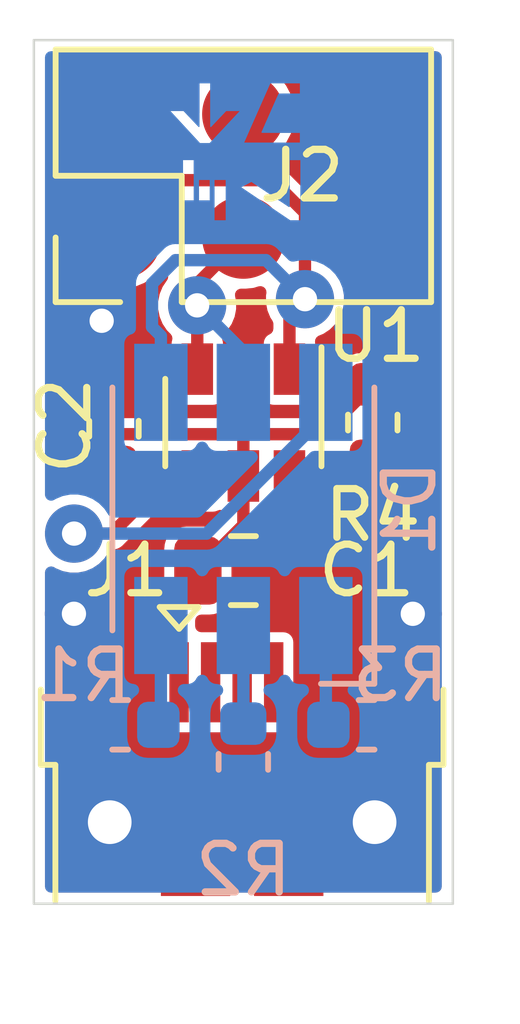
<source format=kicad_pcb>
(kicad_pcb (version 20211014) (generator pcbnew)
  (layers (0 "F.Cu" signal) (31 "B.Cu" signal) (34 "B.Paste" user) (35 "F.Paste" user) (36 "B.SilkS" user "B.Silkscreen") (37 "F.SilkS" user "F.Silkscreen") (38 "B.Mask" user) (39 "F.Mask" user) (44 "Edge.Cuts" user))
  (net 0 "")
  (net 1 "GND")
  (net 2 "+5V")
  (net 3 "Net-(D1-Pad6)")
  (net 7 "/RESET")
  (net 9 "/TPICLK")
  (net 10 "/TPIDATA")
  (net 11 "Net-(D1-Pad3)")
  (net 12 "Net-(D1-Pad2)")
  (net 13 "Net-(D1-Pad1)")
  (footprint "Connector_USB:USB_Micro-B_Amphenol_10103594-0001LF_Horizontal" (layer "F.Cu") (at 148.844 107.696)
    (fp_text reference "J1" (at -2.413 -4.064) (layer "F.SilkS"))
    (fp_text value "USB_B_Micro")
    (fp_line (start -1.725 -3.315) (end -0.925 -3.315) (layer "F.SilkS") (width 0.12))
    (fp_line (start 4.125 -0.065) (end 4.125 -1.615) (layer "F.SilkS") (width 0.12))
    (fp_line (start 3.825 -0.065) (end 4.125 -0.065) (layer "F.SilkS") (width 0.12))
    (fp_line (start -3.875 2.735) (end -3.875 -0.065) (layer "F.SilkS") (width 0.12))
    (fp_line (start -1.325 -2.865) (end -1.725 -3.315) (layer "F.SilkS") (width 0.12))
    (fp_line (start -4.175 -0.065) (end -3.875 -0.065) (layer "F.SilkS") (width 0.12))
    (fp_line (start -4.175 -0.065) (end -4.175 -1.615) (layer "F.SilkS") (width 0.12))
    (fp_line (start 3.825 2.735) (end 3.825 -0.065) (layer "F.SilkS") (width 0.12))
    (fp_line (start -0.925 -3.315) (end -1.325 -2.865) (layer "F.SilkS") (width 0.12))
    (pad "1" smd rect locked (at -1.325 -1.765 90) (size 1.65 0.4) (layers "F.Cu" "F.Paste" "F.Mask") (net 2 "+5V"))
    (pad "2" smd rect locked (at -0.675 -1.765 90) (size 1.65 0.4) (layers "F.Cu" "F.Paste" "F.Mask"))
    (pad "3" smd rect locked (at -0.025 -1.765 90) (size 1.65 0.4) (layers "F.Cu" "F.Paste" "F.Mask"))
    (pad "4" smd rect locked (at 0.625 -1.765 90) (size 1.65 0.4) (layers "F.Cu" "F.Paste" "F.Mask"))
    (pad "5" smd rect locked (at 1.275 -1.765 90) (size 1.65 0.4) (layers "F.Cu" "F.Paste" "F.Mask") (net 1 "GND"))
    (pad "6" smd rect locked (at -2.975 -1.265) (size 1.825 0.7) (layers "F.Cu" "F.Paste" "F.Mask") (net 1 "GND"))
    (pad "6" smd rect locked (at 2.975 -1.265) (size 1.825 0.7) (layers "F.Cu" "F.Paste" "F.Mask") (net 1 "GND"))
    (pad "6" smd rect locked (at -0.985 1.385 90) (size 2.5 1.43) (layers "F.Cu" "F.Paste" "F.Mask") (net 1 "GND"))
    (pad "6" smd rect locked (at 0.935 1.385 90) (size 2.5 1.43) (layers "F.Cu" "F.Paste" "F.Mask") (net 1 "GND"))
    (pad "6" thru_hole circle locked (at 2.705 1.115 90) (size 1.778 1.778) (drill 0.9) (layers *.Cu *.Mask) (net 1 "GND"))
    (pad "6" thru_hole circle locked (at -2.755 1.115 90) (size 1.778 1.778) (drill 0.9) (layers *.Cu *.Mask) (net 1 "GND"))
  )
  (footprint "Connector_PinHeader_2.54mm:PinHeader_2x03_P2.54mm_Vertical" (layer "F.Cu") (at 146.304 96.774 90)
    (fp_text reference "J2" (at 1.27 3.7465 180) (layer "F.SilkS"))
    (fp_text value "TPI")
    (fp_line (start 1.27 -1.33) (end 3.87 -1.33) (layer "F.SilkS") (width 0.12))
    (fp_line (start -1.33 1.27) (end 1.27 1.27) (layer "F.SilkS") (width 0.12))
    (fp_line (start -1.33 6.41) (end 3.87 6.41) (layer "F.SilkS") (width 0.12))
    (fp_line (start -1.33 -1.33) (end 0 -1.33) (layer "F.SilkS") (width 0.12))
    (fp_line (start -1.33 1.27) (end -1.33 6.41) (layer "F.SilkS") (width 0.12))
    (fp_line (start 3.87 -1.33) (end 3.87 6.41) (layer "F.SilkS") (width 0.12))
    (fp_line (start -1.33 0) (end -1.33 -1.33) (layer "F.SilkS") (width 0.12))
    (fp_line (start 1.27 1.27) (end 1.27 -1.33) (layer "F.SilkS") (width 0.12))
    (pad "1" smd circle locked (at 0 0 90) (size 1.7 1.7) (layers "F.Cu" "F.Paste" "F.Mask") (net 10 "/TPIDATA"))
    (pad "2" smd oval locked (at 2.54 0 90) (size 1.7 1.7) (layers "F.Cu" "F.Paste" "F.Mask") (net 2 "+5V"))
    (pad "3" smd oval locked (at 0 2.54 90) (size 1.7 1.7) (layers "F.Cu" "F.Paste" "F.Mask") (net 9 "/TPICLK"))
    (pad "4" smd oval locked (at 2.54 2.54 90) (size 1.7 1.7) (layers "F.Cu" "F.Paste" "F.Mask"))
    (pad "5" smd oval locked (at 0 5.08 90) (size 1.7 1.7) (layers "F.Cu" "F.Paste" "F.Mask") (net 7 "/RESET"))
    (pad "6" smd oval locked (at 2.54 5.08 90) (size 1.7 1.7) (layers "F.Cu" "F.Paste" "F.Mask") (net 1 "GND"))
  )
  (footprint "Resistor_SMD:R_0603_1608Metric" (layer "F.Cu") (at 151.511 100.584 -90)
    (fp_text reference "R4" (at 1.905 0 180) (layer "F.SilkS"))
    (fp_text value "10k")
    (fp_line (start -0.162779 -0.51) (end 0.162779 -0.51) (layer "F.SilkS") (width 0.12))
    (fp_line (start -0.162779 0.51) (end 0.162779 0.51) (layer "F.SilkS") (width 0.12))
    (pad "1" smd roundrect locked (at -0.7875 0 270) (size 0.875 0.95) (layers "F.Cu" "F.Paste" "F.Mask") (net 2 "+5V"))
    (pad "2" smd roundrect locked (at 0.7875 0 270) (size 0.875 0.95) (layers "F.Cu" "F.Paste" "F.Mask") (net 7 "/RESET"))
  )
  (footprint "Package_TO_SOT_SMD:SOT-23-6" (layer "F.Cu") (at 148.844 100.584 -90)
    (fp_text reference "U1" (at -1.778 -2.7305 180) (layer "F.SilkS"))
    (fp_text value "ATtiny10-TS")
    (fp_line (start -0.9 1.61) (end 0.9 1.61) (layer "F.SilkS") (width 0.12))
    (fp_line (start 0.9 -1.61) (end -1.55 -1.61) (layer "F.SilkS") (width 0.12))
    (pad "1" smd rect locked (at -1.1 -0.95 270) (size 1.06 0.65) (layers "F.Cu" "F.Paste" "F.Mask") (net 10 "/TPIDATA"))
    (pad "2" smd rect locked (at -1.1 0 270) (size 1.06 0.65) (layers "F.Cu" "F.Paste" "F.Mask") (net 1 "GND"))
    (pad "3" smd rect locked (at -1.1 0.95 270) (size 1.06 0.65) (layers "F.Cu" "F.Paste" "F.Mask") (net 9 "/TPICLK"))
    (pad "4" smd rect locked (at 1.1 0.95 270) (size 1.06 0.65) (layers "F.Cu" "F.Paste" "F.Mask") (net 3 "Net-(D1-Pad6)"))
    (pad "5" smd rect locked (at 1.1 0 270) (size 1.06 0.65) (layers "F.Cu" "F.Paste" "F.Mask") (net 2 "+5V"))
    (pad "6" smd rect locked (at 1.1 -0.95 270) (size 1.06 0.65) (layers "F.Cu" "F.Paste" "F.Mask") (net 7 "/RESET"))
  )
  (footprint "Capacitor_SMD:C_0805_2012Metric" (layer "F.Cu") (at 148.844 103.632)
    (fp_text reference "C1" (at 2.54 0) (layer "F.SilkS"))
    (fp_text value "10u")
    (fp_line (start -0.258578 -0.71) (end 0.258578 -0.71) (layer "F.SilkS") (width 0.12))
    (fp_line (start -0.258578 0.71) (end 0.258578 0.71) (layer "F.SilkS") (width 0.12))
    (pad "1" smd roundrect locked (at -0.9375 0) (size 0.975 1.4) (layers "F.Cu" "F.Paste" "F.Mask") (net 2 "+5V"))
    (pad "2" smd roundrect locked (at 0.9375 0) (size 0.975 1.4) (layers "F.Cu" "F.Paste" "F.Mask") (net 1 "GND"))
  )
  (footprint "Capacitor_SMD:C_0603_1608Metric" (layer "F.Cu") (at 146.177 100.711 -90)
    (fp_text reference "C2" (at -0.0635 1.016 90) (layer "F.SilkS"))
    (fp_text value "100n")
    (fp_line (start -0.162779 -0.51) (end 0.162779 -0.51) (layer "F.SilkS") (width 0.12))
    (fp_line (start -0.162779 0.51) (end 0.162779 0.51) (layer "F.SilkS") (width 0.12))
    (pad "1" smd roundrect locked (at -0.7875 0 270) (size 0.875 0.95) (layers "F.Cu" "F.Paste" "F.Mask") (net 1 "GND"))
    (pad "2" smd roundrect locked (at 0.7875 0 270) (size 0.875 0.95) (layers "F.Cu" "F.Paste" "F.Mask") (net 2 "+5V"))
  )
  (footprint "Resistor_SMD:R_0603_1608Metric" (layer "B.Cu") (at 146.304 106.807)
    (fp_text reference "R1" (at -0.762 -1.016) (layer "B.SilkS") (effects (justify mirror)))
    (fp_text value "150")
    (fp_line (start -0.162779 0.51) (end 0.162779 0.51) (layer "B.SilkS") (width 0.12))
    (fp_line (start -0.162779 -0.51) (end 0.162779 -0.51) (layer "B.SilkS") (width 0.12))
    (pad "1" smd roundrect locked (at -0.7875 0) (size 0.875 0.95) (layers "B.Cu" "B.Paste" "B.Mask") (net 1 "GND"))
    (pad "2" smd roundrect locked (at 0.7875 0) (size 0.875 0.95) (layers "B.Cu" "B.Paste" "B.Mask") (net 11 "Net-(D1-Pad3)"))
  )
  (footprint "Resistor_SMD:R_0603_1608Metric" (layer "B.Cu") (at 148.844 107.569 90)
    (fp_text reference "R2" (at -2.2225 0) (layer "B.SilkS") (effects (justify mirror)))
    (fp_text value "150")
    (fp_line (start -0.162779 -0.51) (end 0.162779 -0.51) (layer "B.SilkS") (width 0.12))
    (fp_line (start -0.162779 0.51) (end 0.162779 0.51) (layer "B.SilkS") (width 0.12))
    (pad "1" smd roundrect locked (at -0.7875 0 90) (size 0.875 0.95) (layers "B.Cu" "B.Paste" "B.Mask") (net 1 "GND"))
    (pad "2" smd roundrect locked (at 0.7875 0 90) (size 0.875 0.95) (layers "B.Cu" "B.Paste" "B.Mask") (net 12 "Net-(D1-Pad2)"))
  )
  (footprint "Resistor_SMD:R_0603_1608Metric" (layer "B.Cu") (at 151.384 106.807 180)
    (fp_text reference "R3" (at -0.6985 1.016 180) (layer "B.SilkS") (effects (justify mirror)))
    (fp_text value "150")
    (fp_line (start -0.162779 -0.51) (end 0.162779 -0.51) (layer "B.SilkS") (width 0.12))
    (fp_line (start -0.162779 0.51) (end 0.162779 0.51) (layer "B.SilkS") (width 0.12))
    (pad "1" smd roundrect locked (at -0.7875 0 180) (size 0.875 0.95) (layers "B.Cu" "B.Paste" "B.Mask") (net 1 "GND"))
    (pad "2" smd roundrect locked (at 0.7875 0 180) (size 0.875 0.95) (layers "B.Cu" "B.Paste" "B.Mask") (net 13 "Net-(D1-Pad1)"))
  )
  (footprint "LED_SMD:LED_RGB_5050-6" (layer "B.Cu") (at 148.844 102.362 90)
    (fp_text reference "D1" (at 0 3.429 270) (layer "B.SilkS") (effects (justify mirror)))
    (fp_text value "LED_RGB")
    (fp_line (start 2.5 -2.7) (end -2.5 -2.7) (layer "B.SilkS") (width 0.12))
    (fp_line (start -3.6 2.7) (end 2.5 2.7) (layer "B.SilkS") (width 0.12))
    (fp_line (start -3.6 1.6) (end -3.6 2.7) (layer "B.SilkS") (width 0.12))
    (pad "1" smd rect locked (at -2.4 1.7) (size 1.1 2) (layers "B.Cu" "B.Paste" "B.Mask") (net 13 "Net-(D1-Pad1)"))
    (pad "2" smd rect locked (at -2.4 0) (size 1.1 2) (layers "B.Cu" "B.Paste" "B.Mask") (net 12 "Net-(D1-Pad2)"))
    (pad "3" smd rect locked (at -2.4 -1.7) (size 1.1 2) (layers "B.Cu" "B.Paste" "B.Mask") (net 11 "Net-(D1-Pad3)"))
    (pad "4" smd rect locked (at 2.4 -1.7) (size 1.1 2) (layers "B.Cu" "B.Paste" "B.Mask") (net 10 "/TPIDATA"))
    (pad "5" smd rect locked (at 2.4 0) (size 1.1 2) (layers "B.Cu" "B.Paste" "B.Mask") (net 9 "/TPICLK"))
    (pad "6" smd rect locked (at 2.4 1.7) (size 1.1 2) (layers "B.Cu" "B.Paste" "B.Mask") (net 3 "Net-(D1-Pad6)"))
  )
  (gr_line (start 144.526 92.71) (end 144.526 110.49) (layer "Edge.Cuts") (width 0.05))
  (gr_line (start 153.162 92.71) (end 144.526 92.71) (layer "Edge.Cuts") (width 0.05))
  (gr_line (start 153.162 110.49) (end 153.162 92.71) (layer "Edge.Cuts") (width 0.05))
  (gr_line (start 144.526 110.49) (end 153.162 110.49) (layer "Edge.Cuts") (width 0.05))
  (via (at 152.3365 104.521) (size 1.2) (drill 0.5) (layers "F.Cu" "B.Cu") (net 1))
  (via (at 145.3515 104.521) (size 1.2) (drill 0.5) (layers "F.Cu" "B.Cu") (net 1))
  (via (at 145.923 98.4885) (size 1.2) (drill 0.5) (layers "F.Cu" "B.Cu") (net 1))
  (segment (start 144.992799 99.990647) (end 144.992799 95.545201) (width 0.254) (layer "F.Cu") (net 2))
  (segment (start 148.844 101.684) (end 148.844 100.9) (width 0.254) (layer "F.Cu") (net 2))
  (segment (start 145.825951 100.823799) (end 144.992799 99.990647) (width 0.254) (layer "F.Cu") (net 2))
  (segment (start 148.844 101.684) (end 148.844 102.6945) (width 0.254) (layer "F.Cu") (net 2))
  (segment (start 150.483701 100.823799) (end 148.858201 100.823799) (width 0.254) (layer "F.Cu") (net 2))
  (segment (start 148.858201 100.885799) (end 148.858201 100.823799) (width 0.254) (layer "F.Cu") (net 2))
  (segment (start 148.844 102.6945) (end 147.9065 103.632) (width 0.254) (layer "F.Cu") (net 2))
  (segment (start 151.511 99.7965) (end 150.483701 100.823799) (width 0.254) (layer "F.Cu") (net 2))
  (segment (start 148.844 100.9) (end 148.858201 100.885799) (width 0.254) (layer "F.Cu") (net 2))
  (segment (start 147.519 105.931) (end 147.519 104.0195) (width 0.254) (layer "F.Cu") (net 2))
  (segment (start 146.177 101.4985) (end 146.177 100.824598) (width 0.254) (layer "F.Cu") (net 2))
  (segment (start 148.858201 100.823799) (end 146.176201 100.823799) (width 0.254) (layer "F.Cu") (net 2))
  (segment (start 147.519 104.0195) (end 147.9065 103.632) (width 0.254) (layer "F.Cu") (net 2))
  (segment (start 146.176201 100.823799) (end 145.825951 100.823799) (width 0.254) (layer "F.Cu") (net 2))
  (segment (start 145.454001 95.083999) (end 146.304 94.234) (width 0.254) (layer "F.Cu") (net 2))
  (segment (start 146.177 100.824598) (end 146.176201 100.823799) (width 0.254) (layer "F.Cu") (net 2))
  (segment (start 144.992799 95.545201) (end 145.454001 95.083999) (width 0.254) (layer "F.Cu") (net 2))
  (segment (start 147.894 101.684) (end 147.315 101.684) (width 0.254) (layer "F.Cu") (net 3))
  (segment (start 146.129 102.87) (end 145.3542 102.87) (width 0.254) (layer "F.Cu") (net 3))
  (segment (start 147.315 101.684) (end 146.129 102.87) (width 0.254) (layer "F.Cu") (net 3))
  (via (at 145.3542 102.87) (size 1.2) (drill 0.5) (layers "F.Cu" "B.Cu") (net 3))
  (segment (start 145.3542 102.87) (end 148.086 102.87) (width 0.254) (layer "B.Cu") (net 3))
  (segment (start 148.086 102.87) (end 150.544 100.412) (width 0.254) (layer "B.Cu") (net 3))
  (segment (start 150.544 100.412) (end 150.544 99.962) (width 0.254) (layer "B.Cu") (net 3))
  (segment (start 152.31621 100.56629) (end 151.972612 100.909888) (width 0.254) (layer "F.Cu") (net 7))
  (segment (start 151.972612 100.909888) (end 151.511 101.3715) (width 0.254) (layer "F.Cu") (net 7))
  (segment (start 152.31621 97.70621) (end 152.31621 100.56629) (width 0.254) (layer "F.Cu") (net 7))
  (segment (start 151.384 96.774) (end 152.31621 97.70621) (width 0.254) (layer "F.Cu") (net 7))
  (segment (start 149.794 101.684) (end 151.1985 101.684) (width 0.254) (layer "F.Cu") (net 7))
  (segment (start 151.1985 101.684) (end 151.511 101.3715) (width 0.254) (layer "F.Cu") (net 7))
  (segment (start 147.8915 97.7265) (end 148.844 96.774) (width 0.254) (layer "F.Cu") (net 9))
  (segment (start 147.894 98.1735) (end 147.8915 98.171) (width 0.254) (layer "F.Cu") (net 9))
  (segment (start 147.894 99.484) (end 147.894 98.1735) (width 0.254) (layer "F.Cu") (net 9))
  (segment (start 147.8915 98.171) (end 147.8915 97.7265) (width 0.254) (layer "F.Cu") (net 9))
  (via (at 147.8915 98.171) (size 1.2) (drill 0.5) (layers "F.Cu" "B.Cu") (net 9))
  (segment (start 148.844 99.1235) (end 148.844 99.962) (width 0.254) (layer "B.Cu") (net 9))
  (segment (start 147.8915 98.171) (end 148.844 99.1235) (width 0.254) (layer "B.Cu") (net 9))
  (segment (start 149.794 99.484) (end 149.794 98.364) (width 0.254) (layer "F.Cu") (net 10))
  (segment (start 149.441799 95.593799) (end 150.114 96.266) (width 0.254) (layer "F.Cu") (net 10))
  (segment (start 150.114 97.195472) (end 150.114 98.044) (width 0.254) (layer "F.Cu") (net 10))
  (segment (start 149.794 98.364) (end 150.114 98.044) (width 0.254) (layer "F.Cu") (net 10))
  (segment (start 147.484201 95.593799) (end 149.441799 95.593799) (width 0.254) (layer "F.Cu") (net 10))
  (segment (start 150.114 96.266) (end 150.114 97.195472) (width 0.254) (layer "F.Cu") (net 10))
  (segment (start 146.304 96.774) (end 147.484201 95.593799) (width 0.254) (layer "F.Cu") (net 10))
  (via (at 150.114 98.044) (size 1.2) (drill 0.5) (layers "F.Cu" "B.Cu") (net 10))
  (segment (start 146.961299 98.617497) (end 146.961299 97.724503) (width 0.254) (layer "B.Cu") (net 10))
  (segment (start 147.144 98.800198) (end 146.961299 98.617497) (width 0.254) (layer "B.Cu") (net 10))
  (segment (start 149.310799 97.240799) (end 149.514001 97.444001) (width 0.254) (layer "B.Cu") (net 10))
  (segment (start 147.445003 97.240799) (end 149.310799 97.240799) (width 0.254) (layer "B.Cu") (net 10))
  (segment (start 146.961299 97.724503) (end 147.445003 97.240799) (width 0.254) (layer "B.Cu") (net 10))
  (segment (start 147.144 99.962) (end 147.144 98.800198) (width 0.254) (layer "B.Cu") (net 10))
  (segment (start 149.514001 97.444001) (end 150.114 98.044) (width 0.254) (layer "B.Cu") (net 10))
  (segment (start 147.144 104.762) (end 147.144 106.7545) (width 0.254) (layer "B.Cu") (net 11))
  (segment (start 147.144 106.7545) (end 147.0915 106.807) (width 0.254) (layer "B.Cu") (net 11))
  (segment (start 148.844 106.7815) (end 148.844 104.762) (width 0.254) (layer "B.Cu") (net 12))
  (segment (start 150.544 104.762) (end 150.544 106.7545) (width 0.254) (layer "B.Cu") (net 13))
  (segment (start 150.544 106.7545) (end 150.5965 106.807) (width 0.254) (layer "B.Cu") (net 13))
  (zone (net 1) (net_name "GND") (layer "F.Cu") (connect_pads yes (clearance 0.2032)) (min_thickness 0.254) (fill yes (thermal_gap 0.508) (thermal_bridge_width 0.508))
    (polygon (pts (xy 144.145 92.202) (xy 144.145 111.633) (xy 153.543 111.633) (xy 153.543 92.202)))
  )
  (zone (net 1) (net_name "GND") (layer "B.Cu") (connect_pads yes (clearance 0)) (min_thickness 0.0254) (fill yes (thermal_gap 0.508) (thermal_bridge_width 0.508))
    (polygon (pts (xy 147 93.25) (xy 150.25 93.25) (xy 150.25 96.75) (xy 147 96.75)))
  )
  (zone (net 1) (net_name "GND") (layer "B.Cu") (connect_pads yes (clearance 0.2032)) (min_thickness 0.254) (fill yes (thermal_gap 0.508) (thermal_bridge_width 0.508))
    (polygon (pts (xy 143.8275 91.8845) (xy 143.8275 111.9505) (xy 153.924 111.9505) (xy 153.924 91.8845)))
  )
  (zone (net 0) (net_name "") (layer "B.Cu") (connect_pads yes (clearance 0)) (min_thickness 0.254)
    (keepout (tracks allowed) (vias allowed) (pads allowed) (copperpour not_allowed) (footprints allowed))
    (fill (thermal_gap 0.508) (thermal_bridge_width 0.508))
    (polygon (pts (xy 147.94 93.6) (xy 147.94 94.52) (xy 147.61 94.17) (xy 147.35 94.17) (xy 147.34 94.17) (xy 147.95 94.83) (xy 148.15 94.83) (xy 148.77 94.17) (xy 148.49 94.17) (xy 148.16 94.52) (xy 148.16 93.6)))
  )
  (zone (net 0) (net_name "") (layer "B.Cu") (connect_pads yes (clearance 0)) (min_thickness 0.254)
    (keepout (tracks allowed) (vias allowed) (pads allowed) (copperpour not_allowed) (footprints allowed))
    (fill (thermal_gap 0.508) (thermal_bridge_width 0.508))
    (polygon (pts (xy 150.01 93.6) (xy 149.4 93.6) (xy 148.86 94.82) (xy 150.01 94.82) (xy 150.01 94.62) (xy 149.21 94.62) (xy 149.57 93.81) (xy 150.01 93.81)))
  )
  (zone (net 0) (net_name "") (layer "B.Cu") (connect_pads yes (clearance 0)) (min_thickness 0.254)
    (keepout (tracks allowed) (vias allowed) (pads allowed) (copperpour not_allowed) (footprints allowed))
    (fill (thermal_gap 0.508) (thermal_bridge_width 0.508))
    (polygon (pts (xy 148.25 95.59) (xy 148.48 95.59) (xy 148.48 96.42) (xy 148.25 96.42)))
  )
  (zone (net 0) (net_name "") (layer "B.Cu") (connect_pads yes (clearance 0)) (min_thickness 0.254)
    (keepout (tracks allowed) (vias allowed) (pads allowed) (copperpour not_allowed) (footprints allowed))
    (fill (thermal_gap 0.508) (thermal_bridge_width 0.508))
    (polygon (pts (xy 147.93 95.59) (xy 148.15 95.59) (xy 148.15 96.01) (xy 147.93 96.01)))
  )
  (zone (net 0) (net_name "") (layer "B.Cu") (connect_pads yes (clearance 0)) (min_thickness 0.254)
    (keepout (tracks allowed) (vias allowed) (pads allowed) (copperpour not_allowed) (footprints allowed))
    (fill (thermal_gap 0.508) (thermal_bridge_width 0.508))
    (polygon (pts (xy 149.8 95.18) (xy 150.02 95.18) (xy 150.02 96.42) (xy 149.81 96.42) (xy 148.8 95.74) (xy 149.01 95.63) (xy 149.8 96.16)))
  )
  (zone (net 0) (net_name "") (layer "B.Cu") (connect_pads yes (clearance 0)) (min_thickness 0.254)
    (keepout (tracks allowed) (vias allowed) (pads allowed) (copperpour not_allowed) (footprints allowed))
    (fill (thermal_gap 0.508) (thermal_bridge_width 0.508))
    (polygon (pts (xy 147.6 95.18) (xy 147.82 95.18) (xy 147.82 96.01) (xy 147.6 96.01)))
  )
)
</source>
